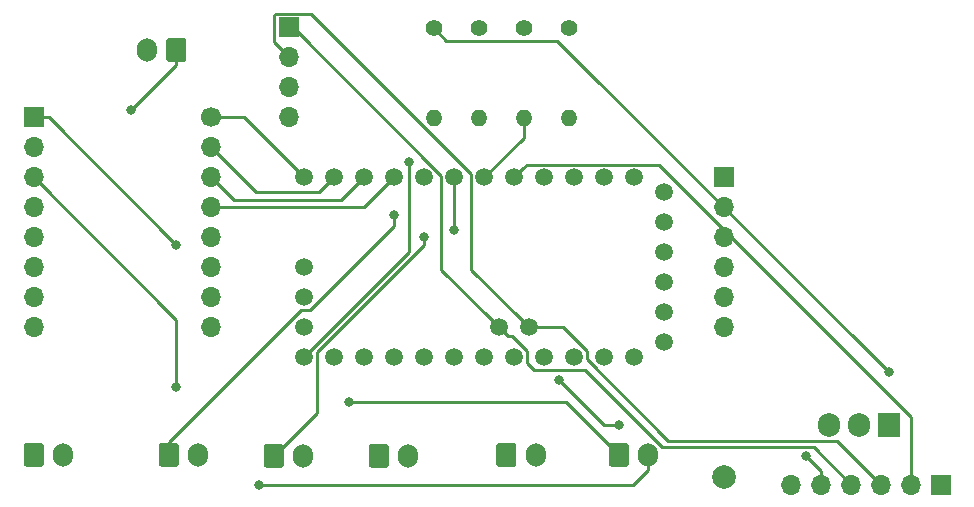
<source format=gbr>
G04 #@! TF.GenerationSoftware,KiCad,Pcbnew,5.0.2-bee76a0~70~ubuntu18.04.1*
G04 #@! TF.CreationDate,2020-05-13T22:11:56-07:00*
G04 #@! TF.ProjectId,auto-chicken-coop-door,6175746f-2d63-4686-9963-6b656e2d636f,rev?*
G04 #@! TF.SameCoordinates,Original*
G04 #@! TF.FileFunction,Copper,L2,Bot*
G04 #@! TF.FilePolarity,Positive*
%FSLAX46Y46*%
G04 Gerber Fmt 4.6, Leading zero omitted, Abs format (unit mm)*
G04 Created by KiCad (PCBNEW 5.0.2-bee76a0~70~ubuntu18.04.1) date Wed 13 May 2020 10:11:56 PM PDT*
%MOMM*%
%LPD*%
G01*
G04 APERTURE LIST*
G04 #@! TA.AperFunction,ComponentPad*
%ADD10R,1.700000X1.700000*%
G04 #@! TD*
G04 #@! TA.AperFunction,ComponentPad*
%ADD11O,1.700000X1.700000*%
G04 #@! TD*
G04 #@! TA.AperFunction,Conductor*
%ADD12C,0.100000*%
G04 #@! TD*
G04 #@! TA.AperFunction,ComponentPad*
%ADD13C,1.700000*%
G04 #@! TD*
G04 #@! TA.AperFunction,ComponentPad*
%ADD14O,1.700000X2.000000*%
G04 #@! TD*
G04 #@! TA.AperFunction,ComponentPad*
%ADD15C,1.400000*%
G04 #@! TD*
G04 #@! TA.AperFunction,ComponentPad*
%ADD16O,1.400000X1.400000*%
G04 #@! TD*
G04 #@! TA.AperFunction,ComponentPad*
%ADD17C,2.000000*%
G04 #@! TD*
G04 #@! TA.AperFunction,ComponentPad*
%ADD18R,1.905000X2.000000*%
G04 #@! TD*
G04 #@! TA.AperFunction,ComponentPad*
%ADD19O,1.905000X2.000000*%
G04 #@! TD*
G04 #@! TA.AperFunction,ComponentPad*
%ADD20C,1.508000*%
G04 #@! TD*
G04 #@! TA.AperFunction,ViaPad*
%ADD21C,0.800000*%
G04 #@! TD*
G04 #@! TA.AperFunction,Conductor*
%ADD22C,0.250000*%
G04 #@! TD*
G04 APERTURE END LIST*
D10*
G04 #@! TO.P,J1,1*
G04 #@! TO.N,Net-(J1-Pad1)*
X194945000Y-90170000D03*
D11*
G04 #@! TO.P,J1,2*
G04 #@! TO.N,Net-(J1-Pad2)*
X194945000Y-92710000D03*
G04 #@! TO.P,J1,3*
G04 #@! TO.N,Net-(J1-Pad3)*
X194945000Y-95250000D03*
G04 #@! TO.P,J1,4*
G04 #@! TO.N,Net-(J1-Pad4)*
X194945000Y-97790000D03*
G04 #@! TO.P,J1,5*
G04 #@! TO.N,Net-(J1-Pad5)*
X194945000Y-100330000D03*
G04 #@! TO.P,J1,6*
G04 #@! TO.N,Net-(J1-Pad6)*
X194945000Y-102870000D03*
G04 #@! TD*
D12*
G04 #@! TO.N,Net-(J9-Pad1)*
G04 #@! TO.C,J9*
G36*
X186679504Y-112666204D02*
X186703773Y-112669804D01*
X186727571Y-112675765D01*
X186750671Y-112684030D01*
X186772849Y-112694520D01*
X186793893Y-112707133D01*
X186813598Y-112721747D01*
X186831777Y-112738223D01*
X186848253Y-112756402D01*
X186862867Y-112776107D01*
X186875480Y-112797151D01*
X186885970Y-112819329D01*
X186894235Y-112842429D01*
X186900196Y-112866227D01*
X186903796Y-112890496D01*
X186905000Y-112915000D01*
X186905000Y-114415000D01*
X186903796Y-114439504D01*
X186900196Y-114463773D01*
X186894235Y-114487571D01*
X186885970Y-114510671D01*
X186875480Y-114532849D01*
X186862867Y-114553893D01*
X186848253Y-114573598D01*
X186831777Y-114591777D01*
X186813598Y-114608253D01*
X186793893Y-114622867D01*
X186772849Y-114635480D01*
X186750671Y-114645970D01*
X186727571Y-114654235D01*
X186703773Y-114660196D01*
X186679504Y-114663796D01*
X186655000Y-114665000D01*
X185455000Y-114665000D01*
X185430496Y-114663796D01*
X185406227Y-114660196D01*
X185382429Y-114654235D01*
X185359329Y-114645970D01*
X185337151Y-114635480D01*
X185316107Y-114622867D01*
X185296402Y-114608253D01*
X185278223Y-114591777D01*
X185261747Y-114573598D01*
X185247133Y-114553893D01*
X185234520Y-114532849D01*
X185224030Y-114510671D01*
X185215765Y-114487571D01*
X185209804Y-114463773D01*
X185206204Y-114439504D01*
X185205000Y-114415000D01*
X185205000Y-112915000D01*
X185206204Y-112890496D01*
X185209804Y-112866227D01*
X185215765Y-112842429D01*
X185224030Y-112819329D01*
X185234520Y-112797151D01*
X185247133Y-112776107D01*
X185261747Y-112756402D01*
X185278223Y-112738223D01*
X185296402Y-112721747D01*
X185316107Y-112707133D01*
X185337151Y-112694520D01*
X185359329Y-112684030D01*
X185382429Y-112675765D01*
X185406227Y-112669804D01*
X185430496Y-112666204D01*
X185455000Y-112665000D01*
X186655000Y-112665000D01*
X186679504Y-112666204D01*
X186679504Y-112666204D01*
G37*
D13*
G04 #@! TD*
G04 #@! TO.P,J9,1*
G04 #@! TO.N,Net-(J9-Pad1)*
X186055000Y-113665000D03*
D14*
G04 #@! TO.P,J9,2*
G04 #@! TO.N,Net-(J9-Pad2)*
X188555000Y-113665000D03*
G04 #@! TD*
G04 #@! TO.P,J11,2*
G04 #@! TO.N,GND*
X139025000Y-113665000D03*
D12*
G04 #@! TD*
G04 #@! TO.N,Net-(J10-Pad1)*
G04 #@! TO.C,J11*
G36*
X137149504Y-112666204D02*
X137173773Y-112669804D01*
X137197571Y-112675765D01*
X137220671Y-112684030D01*
X137242849Y-112694520D01*
X137263893Y-112707133D01*
X137283598Y-112721747D01*
X137301777Y-112738223D01*
X137318253Y-112756402D01*
X137332867Y-112776107D01*
X137345480Y-112797151D01*
X137355970Y-112819329D01*
X137364235Y-112842429D01*
X137370196Y-112866227D01*
X137373796Y-112890496D01*
X137375000Y-112915000D01*
X137375000Y-114415000D01*
X137373796Y-114439504D01*
X137370196Y-114463773D01*
X137364235Y-114487571D01*
X137355970Y-114510671D01*
X137345480Y-114532849D01*
X137332867Y-114553893D01*
X137318253Y-114573598D01*
X137301777Y-114591777D01*
X137283598Y-114608253D01*
X137263893Y-114622867D01*
X137242849Y-114635480D01*
X137220671Y-114645970D01*
X137197571Y-114654235D01*
X137173773Y-114660196D01*
X137149504Y-114663796D01*
X137125000Y-114665000D01*
X135925000Y-114665000D01*
X135900496Y-114663796D01*
X135876227Y-114660196D01*
X135852429Y-114654235D01*
X135829329Y-114645970D01*
X135807151Y-114635480D01*
X135786107Y-114622867D01*
X135766402Y-114608253D01*
X135748223Y-114591777D01*
X135731747Y-114573598D01*
X135717133Y-114553893D01*
X135704520Y-114532849D01*
X135694030Y-114510671D01*
X135685765Y-114487571D01*
X135679804Y-114463773D01*
X135676204Y-114439504D01*
X135675000Y-114415000D01*
X135675000Y-112915000D01*
X135676204Y-112890496D01*
X135679804Y-112866227D01*
X135685765Y-112842429D01*
X135694030Y-112819329D01*
X135704520Y-112797151D01*
X135717133Y-112776107D01*
X135731747Y-112756402D01*
X135748223Y-112738223D01*
X135766402Y-112721747D01*
X135786107Y-112707133D01*
X135807151Y-112694520D01*
X135829329Y-112684030D01*
X135852429Y-112675765D01*
X135876227Y-112669804D01*
X135900496Y-112666204D01*
X135925000Y-112665000D01*
X137125000Y-112665000D01*
X137149504Y-112666204D01*
X137149504Y-112666204D01*
G37*
D13*
G04 #@! TO.P,J11,1*
G04 #@! TO.N,Net-(J10-Pad1)*
X136525000Y-113665000D03*
G04 #@! TD*
D12*
G04 #@! TO.N,Net-(J10-Pad1)*
G04 #@! TO.C,J10*
G36*
X177154504Y-112666204D02*
X177178773Y-112669804D01*
X177202571Y-112675765D01*
X177225671Y-112684030D01*
X177247849Y-112694520D01*
X177268893Y-112707133D01*
X177288598Y-112721747D01*
X177306777Y-112738223D01*
X177323253Y-112756402D01*
X177337867Y-112776107D01*
X177350480Y-112797151D01*
X177360970Y-112819329D01*
X177369235Y-112842429D01*
X177375196Y-112866227D01*
X177378796Y-112890496D01*
X177380000Y-112915000D01*
X177380000Y-114415000D01*
X177378796Y-114439504D01*
X177375196Y-114463773D01*
X177369235Y-114487571D01*
X177360970Y-114510671D01*
X177350480Y-114532849D01*
X177337867Y-114553893D01*
X177323253Y-114573598D01*
X177306777Y-114591777D01*
X177288598Y-114608253D01*
X177268893Y-114622867D01*
X177247849Y-114635480D01*
X177225671Y-114645970D01*
X177202571Y-114654235D01*
X177178773Y-114660196D01*
X177154504Y-114663796D01*
X177130000Y-114665000D01*
X175930000Y-114665000D01*
X175905496Y-114663796D01*
X175881227Y-114660196D01*
X175857429Y-114654235D01*
X175834329Y-114645970D01*
X175812151Y-114635480D01*
X175791107Y-114622867D01*
X175771402Y-114608253D01*
X175753223Y-114591777D01*
X175736747Y-114573598D01*
X175722133Y-114553893D01*
X175709520Y-114532849D01*
X175699030Y-114510671D01*
X175690765Y-114487571D01*
X175684804Y-114463773D01*
X175681204Y-114439504D01*
X175680000Y-114415000D01*
X175680000Y-112915000D01*
X175681204Y-112890496D01*
X175684804Y-112866227D01*
X175690765Y-112842429D01*
X175699030Y-112819329D01*
X175709520Y-112797151D01*
X175722133Y-112776107D01*
X175736747Y-112756402D01*
X175753223Y-112738223D01*
X175771402Y-112721747D01*
X175791107Y-112707133D01*
X175812151Y-112694520D01*
X175834329Y-112684030D01*
X175857429Y-112675765D01*
X175881227Y-112669804D01*
X175905496Y-112666204D01*
X175930000Y-112665000D01*
X177130000Y-112665000D01*
X177154504Y-112666204D01*
X177154504Y-112666204D01*
G37*
D13*
G04 #@! TD*
G04 #@! TO.P,J10,1*
G04 #@! TO.N,Net-(J10-Pad1)*
X176530000Y-113665000D03*
D14*
G04 #@! TO.P,J10,2*
G04 #@! TO.N,GND*
X179030000Y-113665000D03*
G04 #@! TD*
D15*
G04 #@! TO.P,R1,1*
G04 #@! TO.N,VCC*
X174187831Y-77562341D03*
D16*
G04 #@! TO.P,R1,2*
G04 #@! TO.N,D5*
X174187831Y-85182341D03*
G04 #@! TD*
G04 #@! TO.P,R2,2*
G04 #@! TO.N,D3*
X177997831Y-85182341D03*
D15*
G04 #@! TO.P,R2,1*
G04 #@! TO.N,VCC*
X177997831Y-77562341D03*
G04 #@! TD*
G04 #@! TO.P,R3,1*
G04 #@! TO.N,VCC*
X181807831Y-77562341D03*
D16*
G04 #@! TO.P,R3,2*
G04 #@! TO.N,D4*
X181807831Y-85182341D03*
G04 #@! TD*
D17*
G04 #@! TO.P,J8,1*
G04 #@! TO.N,Net-(J8-Pad1)*
X194945000Y-115570000D03*
G04 #@! TD*
D10*
G04 #@! TO.P,U2,1*
G04 #@! TO.N,Net-(U2-Pad1)*
X213360000Y-116205000D03*
D11*
G04 #@! TO.P,U2,2*
G04 #@! TO.N,Net-(U1-PadD2)*
X210820000Y-116205000D03*
G04 #@! TO.P,U2,3*
G04 #@! TO.N,SCL*
X208280000Y-116205000D03*
G04 #@! TO.P,U2,4*
G04 #@! TO.N,SDA*
X205740000Y-116205000D03*
G04 #@! TO.P,U2,5*
G04 #@! TO.N,VCC*
X203200000Y-116205000D03*
G04 #@! TO.P,U2,6*
G04 #@! TO.N,GND*
X200660000Y-116205000D03*
G04 #@! TD*
D10*
G04 #@! TO.P,U3,1*
G04 #@! TO.N,Net-(J9-Pad1)*
X136525000Y-85090000D03*
D11*
G04 #@! TO.P,U3,2*
G04 #@! TO.N,VCC*
X136525000Y-87630000D03*
G04 #@! TO.P,U3,3*
G04 #@! TO.N,Net-(J9-Pad2)*
X136525000Y-90170000D03*
G04 #@! TO.P,U3,4*
G04 #@! TO.N,Net-(M1-Pad1)*
X136525000Y-92710000D03*
G04 #@! TO.P,U3,5*
G04 #@! TO.N,Net-(M1-Pad2)*
X136525000Y-95250000D03*
G04 #@! TO.P,U3,6*
G04 #@! TO.N,Net-(U3-Pad6)*
X136525000Y-97790000D03*
G04 #@! TO.P,U3,7*
G04 #@! TO.N,Net-(U3-Pad7)*
X136525000Y-100330000D03*
G04 #@! TO.P,U3,8*
G04 #@! TO.N,GND*
X136525000Y-102870000D03*
G04 #@! TO.P,U3,10*
G04 #@! TO.N,Net-(U1-PadD8)*
X151525000Y-87630000D03*
G04 #@! TO.P,U3,12*
G04 #@! TO.N,Net-(U1-PadD6)*
X151525000Y-92710000D03*
G04 #@! TO.P,U3,13*
G04 #@! TO.N,Net-(U3-Pad13)*
X151525000Y-95250000D03*
G04 #@! TO.P,U3,11*
G04 #@! TO.N,Net-(U1-PadD7)*
X151525000Y-90170000D03*
D13*
G04 #@! TO.P,U3,9*
G04 #@! TO.N,Net-(U1-PadD9)*
X151525000Y-85090000D03*
D11*
G04 #@! TO.P,U3,15*
G04 #@! TO.N,Net-(U3-Pad15)*
X151525000Y-100330000D03*
G04 #@! TO.P,U3,14*
G04 #@! TO.N,Net-(U3-Pad14)*
X151525000Y-97790000D03*
G04 #@! TO.P,U3,16*
G04 #@! TO.N,Net-(U3-Pad16)*
X151525000Y-102870000D03*
G04 #@! TD*
D15*
G04 #@! TO.P,R4,1*
G04 #@! TO.N,Net-(Q1-Pad1)*
X170377831Y-77562341D03*
D16*
G04 #@! TO.P,R4,2*
G04 #@! TO.N,D10*
X170377831Y-85182341D03*
G04 #@! TD*
D12*
G04 #@! TO.N,Net-(M1-Pad1)*
G04 #@! TO.C,M1*
G36*
X149214504Y-78376204D02*
X149238773Y-78379804D01*
X149262571Y-78385765D01*
X149285671Y-78394030D01*
X149307849Y-78404520D01*
X149328893Y-78417133D01*
X149348598Y-78431747D01*
X149366777Y-78448223D01*
X149383253Y-78466402D01*
X149397867Y-78486107D01*
X149410480Y-78507151D01*
X149420970Y-78529329D01*
X149429235Y-78552429D01*
X149435196Y-78576227D01*
X149438796Y-78600496D01*
X149440000Y-78625000D01*
X149440000Y-80125000D01*
X149438796Y-80149504D01*
X149435196Y-80173773D01*
X149429235Y-80197571D01*
X149420970Y-80220671D01*
X149410480Y-80242849D01*
X149397867Y-80263893D01*
X149383253Y-80283598D01*
X149366777Y-80301777D01*
X149348598Y-80318253D01*
X149328893Y-80332867D01*
X149307849Y-80345480D01*
X149285671Y-80355970D01*
X149262571Y-80364235D01*
X149238773Y-80370196D01*
X149214504Y-80373796D01*
X149190000Y-80375000D01*
X147990000Y-80375000D01*
X147965496Y-80373796D01*
X147941227Y-80370196D01*
X147917429Y-80364235D01*
X147894329Y-80355970D01*
X147872151Y-80345480D01*
X147851107Y-80332867D01*
X147831402Y-80318253D01*
X147813223Y-80301777D01*
X147796747Y-80283598D01*
X147782133Y-80263893D01*
X147769520Y-80242849D01*
X147759030Y-80220671D01*
X147750765Y-80197571D01*
X147744804Y-80173773D01*
X147741204Y-80149504D01*
X147740000Y-80125000D01*
X147740000Y-78625000D01*
X147741204Y-78600496D01*
X147744804Y-78576227D01*
X147750765Y-78552429D01*
X147759030Y-78529329D01*
X147769520Y-78507151D01*
X147782133Y-78486107D01*
X147796747Y-78466402D01*
X147813223Y-78448223D01*
X147831402Y-78431747D01*
X147851107Y-78417133D01*
X147872151Y-78404520D01*
X147894329Y-78394030D01*
X147917429Y-78385765D01*
X147941227Y-78379804D01*
X147965496Y-78376204D01*
X147990000Y-78375000D01*
X149190000Y-78375000D01*
X149214504Y-78376204D01*
X149214504Y-78376204D01*
G37*
D13*
G04 #@! TD*
G04 #@! TO.P,M1,1*
G04 #@! TO.N,Net-(M1-Pad1)*
X148590000Y-79375000D03*
D14*
G04 #@! TO.P,M1,2*
G04 #@! TO.N,Net-(M1-Pad2)*
X146090000Y-79375000D03*
G04 #@! TD*
G04 #@! TO.P,J4,2*
G04 #@! TO.N,GND*
X168235000Y-113746001D03*
D12*
G04 #@! TD*
G04 #@! TO.N,D4*
G04 #@! TO.C,J4*
G36*
X166359504Y-112747205D02*
X166383773Y-112750805D01*
X166407571Y-112756766D01*
X166430671Y-112765031D01*
X166452849Y-112775521D01*
X166473893Y-112788134D01*
X166493598Y-112802748D01*
X166511777Y-112819224D01*
X166528253Y-112837403D01*
X166542867Y-112857108D01*
X166555480Y-112878152D01*
X166565970Y-112900330D01*
X166574235Y-112923430D01*
X166580196Y-112947228D01*
X166583796Y-112971497D01*
X166585000Y-112996001D01*
X166585000Y-114496001D01*
X166583796Y-114520505D01*
X166580196Y-114544774D01*
X166574235Y-114568572D01*
X166565970Y-114591672D01*
X166555480Y-114613850D01*
X166542867Y-114634894D01*
X166528253Y-114654599D01*
X166511777Y-114672778D01*
X166493598Y-114689254D01*
X166473893Y-114703868D01*
X166452849Y-114716481D01*
X166430671Y-114726971D01*
X166407571Y-114735236D01*
X166383773Y-114741197D01*
X166359504Y-114744797D01*
X166335000Y-114746001D01*
X165135000Y-114746001D01*
X165110496Y-114744797D01*
X165086227Y-114741197D01*
X165062429Y-114735236D01*
X165039329Y-114726971D01*
X165017151Y-114716481D01*
X164996107Y-114703868D01*
X164976402Y-114689254D01*
X164958223Y-114672778D01*
X164941747Y-114654599D01*
X164927133Y-114634894D01*
X164914520Y-114613850D01*
X164904030Y-114591672D01*
X164895765Y-114568572D01*
X164889804Y-114544774D01*
X164886204Y-114520505D01*
X164885000Y-114496001D01*
X164885000Y-112996001D01*
X164886204Y-112971497D01*
X164889804Y-112947228D01*
X164895765Y-112923430D01*
X164904030Y-112900330D01*
X164914520Y-112878152D01*
X164927133Y-112857108D01*
X164941747Y-112837403D01*
X164958223Y-112819224D01*
X164976402Y-112802748D01*
X164996107Y-112788134D01*
X165017151Y-112775521D01*
X165039329Y-112765031D01*
X165062429Y-112756766D01*
X165086227Y-112750805D01*
X165110496Y-112747205D01*
X165135000Y-112746001D01*
X166335000Y-112746001D01*
X166359504Y-112747205D01*
X166359504Y-112747205D01*
G37*
D13*
G04 #@! TO.P,J4,1*
G04 #@! TO.N,D4*
X165735000Y-113746001D03*
G04 #@! TD*
D12*
G04 #@! TO.N,D3*
G04 #@! TO.C,J3*
G36*
X157469504Y-112747205D02*
X157493773Y-112750805D01*
X157517571Y-112756766D01*
X157540671Y-112765031D01*
X157562849Y-112775521D01*
X157583893Y-112788134D01*
X157603598Y-112802748D01*
X157621777Y-112819224D01*
X157638253Y-112837403D01*
X157652867Y-112857108D01*
X157665480Y-112878152D01*
X157675970Y-112900330D01*
X157684235Y-112923430D01*
X157690196Y-112947228D01*
X157693796Y-112971497D01*
X157695000Y-112996001D01*
X157695000Y-114496001D01*
X157693796Y-114520505D01*
X157690196Y-114544774D01*
X157684235Y-114568572D01*
X157675970Y-114591672D01*
X157665480Y-114613850D01*
X157652867Y-114634894D01*
X157638253Y-114654599D01*
X157621777Y-114672778D01*
X157603598Y-114689254D01*
X157583893Y-114703868D01*
X157562849Y-114716481D01*
X157540671Y-114726971D01*
X157517571Y-114735236D01*
X157493773Y-114741197D01*
X157469504Y-114744797D01*
X157445000Y-114746001D01*
X156245000Y-114746001D01*
X156220496Y-114744797D01*
X156196227Y-114741197D01*
X156172429Y-114735236D01*
X156149329Y-114726971D01*
X156127151Y-114716481D01*
X156106107Y-114703868D01*
X156086402Y-114689254D01*
X156068223Y-114672778D01*
X156051747Y-114654599D01*
X156037133Y-114634894D01*
X156024520Y-114613850D01*
X156014030Y-114591672D01*
X156005765Y-114568572D01*
X155999804Y-114544774D01*
X155996204Y-114520505D01*
X155995000Y-114496001D01*
X155995000Y-112996001D01*
X155996204Y-112971497D01*
X155999804Y-112947228D01*
X156005765Y-112923430D01*
X156014030Y-112900330D01*
X156024520Y-112878152D01*
X156037133Y-112857108D01*
X156051747Y-112837403D01*
X156068223Y-112819224D01*
X156086402Y-112802748D01*
X156106107Y-112788134D01*
X156127151Y-112775521D01*
X156149329Y-112765031D01*
X156172429Y-112756766D01*
X156196227Y-112750805D01*
X156220496Y-112747205D01*
X156245000Y-112746001D01*
X157445000Y-112746001D01*
X157469504Y-112747205D01*
X157469504Y-112747205D01*
G37*
D13*
G04 #@! TD*
G04 #@! TO.P,J3,1*
G04 #@! TO.N,D3*
X156845000Y-113746001D03*
D14*
G04 #@! TO.P,J3,2*
G04 #@! TO.N,GND*
X159345000Y-113746001D03*
G04 #@! TD*
D12*
G04 #@! TO.N,D5*
G04 #@! TO.C,J2*
G36*
X148579504Y-112666204D02*
X148603773Y-112669804D01*
X148627571Y-112675765D01*
X148650671Y-112684030D01*
X148672849Y-112694520D01*
X148693893Y-112707133D01*
X148713598Y-112721747D01*
X148731777Y-112738223D01*
X148748253Y-112756402D01*
X148762867Y-112776107D01*
X148775480Y-112797151D01*
X148785970Y-112819329D01*
X148794235Y-112842429D01*
X148800196Y-112866227D01*
X148803796Y-112890496D01*
X148805000Y-112915000D01*
X148805000Y-114415000D01*
X148803796Y-114439504D01*
X148800196Y-114463773D01*
X148794235Y-114487571D01*
X148785970Y-114510671D01*
X148775480Y-114532849D01*
X148762867Y-114553893D01*
X148748253Y-114573598D01*
X148731777Y-114591777D01*
X148713598Y-114608253D01*
X148693893Y-114622867D01*
X148672849Y-114635480D01*
X148650671Y-114645970D01*
X148627571Y-114654235D01*
X148603773Y-114660196D01*
X148579504Y-114663796D01*
X148555000Y-114665000D01*
X147355000Y-114665000D01*
X147330496Y-114663796D01*
X147306227Y-114660196D01*
X147282429Y-114654235D01*
X147259329Y-114645970D01*
X147237151Y-114635480D01*
X147216107Y-114622867D01*
X147196402Y-114608253D01*
X147178223Y-114591777D01*
X147161747Y-114573598D01*
X147147133Y-114553893D01*
X147134520Y-114532849D01*
X147124030Y-114510671D01*
X147115765Y-114487571D01*
X147109804Y-114463773D01*
X147106204Y-114439504D01*
X147105000Y-114415000D01*
X147105000Y-112915000D01*
X147106204Y-112890496D01*
X147109804Y-112866227D01*
X147115765Y-112842429D01*
X147124030Y-112819329D01*
X147134520Y-112797151D01*
X147147133Y-112776107D01*
X147161747Y-112756402D01*
X147178223Y-112738223D01*
X147196402Y-112721747D01*
X147216107Y-112707133D01*
X147237151Y-112694520D01*
X147259329Y-112684030D01*
X147282429Y-112675765D01*
X147306227Y-112669804D01*
X147330496Y-112666204D01*
X147355000Y-112665000D01*
X148555000Y-112665000D01*
X148579504Y-112666204D01*
X148579504Y-112666204D01*
G37*
D13*
G04 #@! TD*
G04 #@! TO.P,J2,1*
G04 #@! TO.N,D5*
X147955000Y-113665000D03*
D14*
G04 #@! TO.P,J2,2*
G04 #@! TO.N,GND*
X150455000Y-113665000D03*
G04 #@! TD*
D10*
G04 #@! TO.P,U4,1*
G04 #@! TO.N,SDA*
X158115000Y-77470000D03*
D11*
G04 #@! TO.P,U4,2*
G04 #@! TO.N,SCL*
X158115000Y-80010000D03*
G04 #@! TO.P,U4,3*
G04 #@! TO.N,VCC*
X158115000Y-82550000D03*
G04 #@! TO.P,U4,4*
G04 #@! TO.N,GND*
X158115000Y-85090000D03*
G04 #@! TD*
D18*
G04 #@! TO.P,Q1,1*
G04 #@! TO.N,Net-(Q1-Pad1)*
X208915000Y-111125000D03*
D19*
G04 #@! TO.P,Q1,2*
G04 #@! TO.N,Net-(J8-Pad1)*
X206375000Y-111125000D03*
G04 #@! TO.P,Q1,3*
G04 #@! TO.N,GND*
X203835000Y-111125000D03*
G04 #@! TD*
D20*
G04 #@! TO.P,U1,A5*
G04 #@! TO.N,SCL*
X178435000Y-102870000D03*
G04 #@! TO.P,U1,A4*
G04 #@! TO.N,SDA*
X175895000Y-102870000D03*
G04 #@! TO.P,U1,TX@1*
G04 #@! TO.N,Net-(J1-Pad2)*
X189865000Y-93980000D03*
G04 #@! TO.P,U1,RX@1*
G04 #@! TO.N,Net-(J1-Pad3)*
X189865000Y-96520000D03*
G04 #@! TO.P,U1,VCC@1*
G04 #@! TO.N,Net-(J1-Pad4)*
X189865000Y-99060000D03*
G04 #@! TO.P,U1,GND@2*
G04 #@! TO.N,Net-(J1-Pad5)*
X189865000Y-101600000D03*
G04 #@! TO.P,U1,GND@3*
G04 #@! TO.N,N/C*
X159385000Y-97790000D03*
G04 #@! TO.P,U1,A6*
G04 #@! TO.N,Net-(U1-PadA6)*
X159385000Y-100330000D03*
G04 #@! TO.P,U1,A7*
G04 #@! TO.N,Net-(U1-PadA7)*
X159385000Y-102870000D03*
G04 #@! TO.P,U1,RAW*
G04 #@! TO.N,Net-(J10-Pad1)*
X187325000Y-105410000D03*
G04 #@! TO.P,U1,GND@1*
G04 #@! TO.N,GND*
X184785000Y-105410000D03*
G04 #@! TO.P,U1,RST*
G04 #@! TO.N,Net-(U1-PadRST)*
X182245000Y-105410000D03*
G04 #@! TO.P,U1,VCC*
G04 #@! TO.N,VCC*
X179705000Y-105410000D03*
G04 #@! TO.P,U1,A3*
G04 #@! TO.N,Net-(U1-PadA3)*
X177165000Y-105410000D03*
G04 #@! TO.P,U1,D3*
G04 #@! TO.N,D3*
X174625000Y-90170000D03*
G04 #@! TO.P,U1,DTR*
G04 #@! TO.N,Net-(J1-Pad1)*
X189865000Y-91440000D03*
G04 #@! TO.P,U1,TX*
G04 #@! TO.N,Net-(U1-PadTX)*
X187325000Y-90170000D03*
G04 #@! TO.P,U1,RX*
G04 #@! TO.N,Net-(U1-PadRX)*
X184785000Y-90170000D03*
G04 #@! TO.P,U1,RST@1*
G04 #@! TO.N,Net-(U1-PadRST@1)*
X182245000Y-90170000D03*
G04 #@! TO.P,U1,GND*
G04 #@! TO.N,Net-(U1-PadGND)*
X179705000Y-90170000D03*
G04 #@! TO.P,U1,D2*
G04 #@! TO.N,Net-(U1-PadD2)*
X177165000Y-90170000D03*
G04 #@! TO.P,U1,D4*
G04 #@! TO.N,D4*
X172085000Y-90170000D03*
G04 #@! TO.P,U1,D5*
G04 #@! TO.N,D5*
X169545000Y-90170000D03*
G04 #@! TO.P,U1,D6*
G04 #@! TO.N,Net-(U1-PadD6)*
X167005000Y-90170000D03*
G04 #@! TO.P,U1,D7*
G04 #@! TO.N,Net-(U1-PadD7)*
X164465000Y-90170000D03*
G04 #@! TO.P,U1,D8*
G04 #@! TO.N,Net-(U1-PadD8)*
X161925000Y-90170000D03*
G04 #@! TO.P,U1,D9*
G04 #@! TO.N,Net-(U1-PadD9)*
X159385000Y-90170000D03*
G04 #@! TO.P,U1,D10*
G04 #@! TO.N,D10*
X159385000Y-105410000D03*
G04 #@! TO.P,U1,D11*
G04 #@! TO.N,Net-(U1-PadD11)*
X161925000Y-105410000D03*
G04 #@! TO.P,U1,D12*
G04 #@! TO.N,Net-(U1-PadD12)*
X164465000Y-105410000D03*
G04 #@! TO.P,U1,D13*
G04 #@! TO.N,Net-(U1-PadD13)*
X167005000Y-105410000D03*
G04 #@! TO.P,U1,A0*
G04 #@! TO.N,Net-(U1-PadA0)*
X169545000Y-105410000D03*
G04 #@! TO.P,U1,A1*
G04 #@! TO.N,Net-(U1-PadA1)*
X172085000Y-105410000D03*
G04 #@! TO.P,U1,A2*
G04 #@! TO.N,Net-(U1-PadA2)*
X174625000Y-105410000D03*
G04 #@! TO.P,U1,BLK*
G04 #@! TO.N,Net-(J1-Pad6)*
X189865000Y-104140000D03*
G04 #@! TD*
D21*
G04 #@! TO.N,Net-(Q1-Pad1)*
X208915000Y-106680000D03*
G04 #@! TO.N,VCC*
X180975000Y-107315000D03*
X186055000Y-111125000D03*
X201930000Y-113753295D03*
G04 #@! TO.N,Net-(M1-Pad1)*
X144780000Y-84455000D03*
G04 #@! TO.N,D5*
X167005000Y-93345000D03*
G04 #@! TO.N,D3*
X169545000Y-95250000D03*
G04 #@! TO.N,D4*
X172085000Y-94615000D03*
G04 #@! TO.N,D10*
X168275000Y-88900000D03*
G04 #@! TO.N,Net-(J9-Pad1)*
X148590000Y-95885000D03*
X163195000Y-109220000D03*
G04 #@! TO.N,Net-(J9-Pad2)*
X148590000Y-107950000D03*
X155575000Y-116205000D03*
G04 #@! TD*
D22*
G04 #@! TO.N,Net-(Q1-Pad1)*
X180822342Y-78587342D02*
X208915000Y-106680000D01*
X170377831Y-77562341D02*
X171402832Y-78587342D01*
X171402832Y-78587342D02*
X180822342Y-78587342D01*
G04 #@! TO.N,VCC*
X180975000Y-107315000D02*
X184785000Y-111125000D01*
X184785000Y-111125000D02*
X186055000Y-111125000D01*
X203200000Y-115023295D02*
X203200000Y-116205000D01*
X201930000Y-113753295D02*
X203200000Y-115023295D01*
G04 #@! TO.N,SDA*
X175141001Y-102116001D02*
X175895000Y-102870000D01*
X171005999Y-97980999D02*
X175141001Y-102116001D01*
X171005999Y-90034077D02*
X171005999Y-97980999D01*
X158441922Y-77470000D02*
X171005999Y-90034077D01*
X158115000Y-77470000D02*
X158441922Y-77470000D01*
X176648999Y-103623999D02*
X175895000Y-102870000D01*
X176975921Y-103623999D02*
X176648999Y-103623999D01*
X178244001Y-104892079D02*
X176975921Y-103623999D01*
X178244001Y-105854001D02*
X178244001Y-104892079D01*
X178879001Y-106489001D02*
X178244001Y-105854001D01*
X183190716Y-106489001D02*
X178879001Y-106489001D01*
X189730010Y-113028295D02*
X183190716Y-106489001D01*
X202563295Y-113028295D02*
X189730010Y-113028295D01*
X205740000Y-116205000D02*
X202563295Y-113028295D01*
G04 #@! TO.N,SCL*
X177681001Y-102116001D02*
X178435000Y-102870000D01*
X173545999Y-97980999D02*
X177681001Y-102116001D01*
X173545999Y-89867511D02*
X173545999Y-97980999D01*
X159973487Y-76294999D02*
X173545999Y-89867511D01*
X157004999Y-76294999D02*
X159973487Y-76294999D01*
X156845000Y-78740000D02*
X156845000Y-76454998D01*
X156845000Y-76454998D02*
X157004999Y-76294999D01*
X158115000Y-80010000D02*
X156845000Y-78740000D01*
X181301922Y-102870000D02*
X179501317Y-102870000D01*
X183324001Y-105545923D02*
X183324001Y-104892079D01*
X190228088Y-112450010D02*
X183324001Y-105545923D01*
X179501317Y-102870000D02*
X178435000Y-102870000D01*
X183324001Y-104892079D02*
X181301922Y-102870000D01*
X204525010Y-112450010D02*
X190228088Y-112450010D01*
X208280000Y-116205000D02*
X204525010Y-112450010D01*
G04 #@! TO.N,Net-(M1-Pad1)*
X148590000Y-80645000D02*
X148590000Y-79375000D01*
X144780000Y-84455000D02*
X148590000Y-80645000D01*
G04 #@! TO.N,D5*
X167005000Y-94306922D02*
X167005000Y-93345000D01*
X159902921Y-101409001D02*
X167005000Y-94306922D01*
X159110999Y-101409001D02*
X159902921Y-101409001D01*
X147955000Y-113665000D02*
X147955000Y-112565000D01*
X147955000Y-112565000D02*
X159110999Y-101409001D01*
G04 #@! TO.N,D3*
X160464001Y-110127000D02*
X160464001Y-104967409D01*
X169545000Y-95886410D02*
X169545000Y-95815685D01*
X169545000Y-95815685D02*
X169545000Y-95250000D01*
X160464001Y-104967409D02*
X169545000Y-95886410D01*
X156845000Y-113746001D02*
X160464001Y-110127000D01*
X177997831Y-86797169D02*
X174625000Y-90170000D01*
X177997831Y-85182341D02*
X177997831Y-86797169D01*
G04 #@! TO.N,D4*
X172085000Y-94615000D02*
X172085000Y-90170000D01*
G04 #@! TO.N,D10*
X159385000Y-105410000D02*
X168275000Y-96520000D01*
X168275000Y-96520000D02*
X168275000Y-88900000D01*
G04 #@! TO.N,Net-(J9-Pad1)*
X136525000Y-85090000D02*
X137795000Y-85090000D01*
X137795000Y-85090000D02*
X148590000Y-95885000D01*
X181610000Y-109220000D02*
X186055000Y-113665000D01*
X163195000Y-109220000D02*
X181610000Y-109220000D01*
G04 #@! TO.N,Net-(J9-Pad2)*
X136525000Y-90170000D02*
X148590000Y-102235000D01*
X148590000Y-102235000D02*
X148590000Y-107950000D01*
X188555000Y-114915000D02*
X188555000Y-113665000D01*
X187265000Y-116205000D02*
X188555000Y-114915000D01*
X155575000Y-116205000D02*
X187265000Y-116205000D01*
G04 #@! TO.N,Net-(U1-PadD8)*
X160655000Y-91440000D02*
X161171001Y-90923999D01*
X161171001Y-90923999D02*
X161925000Y-90170000D01*
X151525000Y-87630000D02*
X155335000Y-91440000D01*
X155335000Y-91440000D02*
X160655000Y-91440000D01*
G04 #@! TO.N,Net-(U1-PadD6)*
X164465000Y-92710000D02*
X167005000Y-90170000D01*
X151525000Y-92710000D02*
X164465000Y-92710000D01*
G04 #@! TO.N,Net-(U1-PadD7)*
X162560000Y-92075000D02*
X163711001Y-90923999D01*
X151525000Y-90170000D02*
X153430000Y-92075000D01*
X163711001Y-90923999D02*
X164465000Y-90170000D01*
X153430000Y-92075000D02*
X162560000Y-92075000D01*
G04 #@! TO.N,Net-(U1-PadD9)*
X154305000Y-85090000D02*
X151525000Y-85090000D01*
X159385000Y-90170000D02*
X154305000Y-85090000D01*
G04 #@! TO.N,Net-(U1-PadD2)*
X177918999Y-89416001D02*
X177165000Y-90170000D01*
X178244001Y-89090999D02*
X177918999Y-89416001D01*
X189418501Y-89090999D02*
X178244001Y-89090999D01*
X210820000Y-110492498D02*
X189418501Y-89090999D01*
X210820000Y-116205000D02*
X210820000Y-110492498D01*
G04 #@! TD*
M02*

</source>
